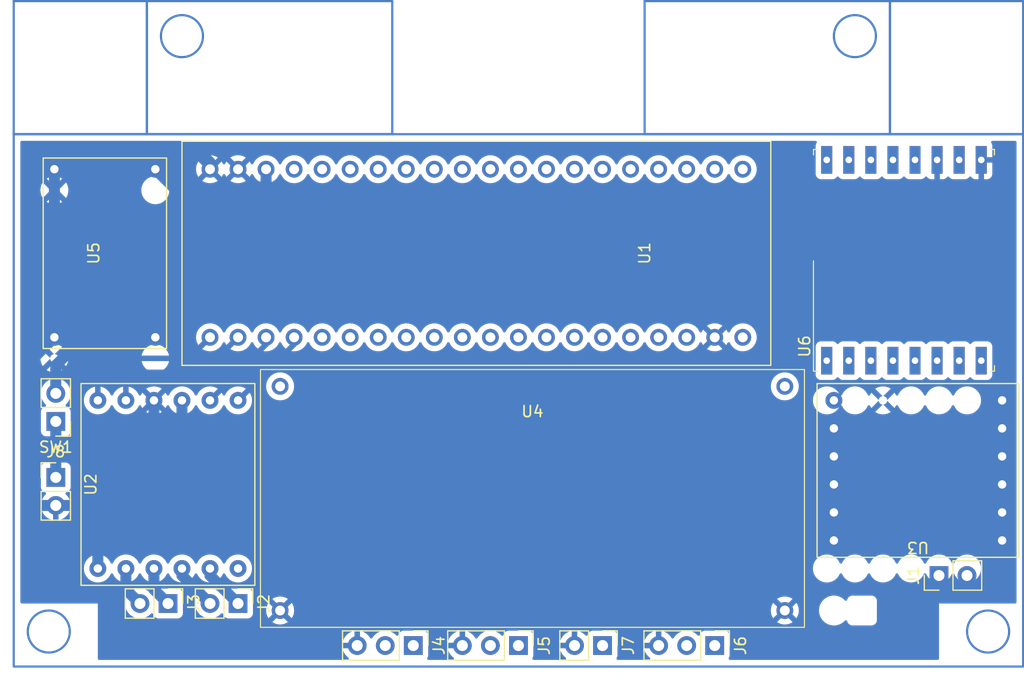
<source format=kicad_pcb>
(kicad_pcb (version 20221018) (generator pcbnew)
  (layers (0 "F.Cu" signal) (31 "B.Cu" signal) (34 "B.Paste" user) (35 "F.Paste" user) (36 "B.SilkS" user "B.Silkscreen") (37 "F.SilkS" user "F.Silkscreen") (38 "B.Mask" user) (39 "F.Mask" user) (44 "Edge.Cuts" user))
  (net 0 "")
  (net 1 "Net-(J1-Pin_1)")
  (net 2 "Net-(J1-Pin_2)")
  (net 3 "Net-(J2-Pin_1)")
  (net 4 "Net-(J2-Pin_2)")
  (net 5 "Net-(J3-Pin_1)")
  (net 6 "Net-(J3-Pin_2)")
  (net 7 "/SERVO 1")
  (net 8 "/+BATT SW")
  (net 9 "GND")
  (net 10 "/SERVO 2")
  (net 11 "/ESC")
  (net 13 "+BATT")
  (net 14 "+3V3")
  (net 17 "/M B1")
  (net 18 "/M B2")
  (net 19 "/M C1")
  (net 20 "/M C2")
  (net 21 "/NSS")
  (net 22 "/SCK")
  (net 23 "/MISO")
  (net 24 "/MOSI")
  (net 30 "/AUX")
  (net 31 "/INTER")
  (net 32 "/RESET")
  (net 36 "/SLEEP")
  (net 37 "/M A1")
  (net 38 "/M A2")
  (net 41 "+12V")
  (footprint "Connector_PinHeader_2.54mm:PinHeader_1x03_P2.54mm_Vertical" (layer "F.Cu") (at 104.775 118.11 -90)
    (fp_text reference "J4" (at 0 -2.33 90) (layer "F.SilkS"))
    (fp_text value "Servo")
    (fp_line (start -1.33 -1.33) (end 0 -1.33) (stroke (width 0.12)) (layer "F.SilkS"))
    (fp_line (start -1.33 0) (end -1.33 -1.33) (stroke (width 0.12)) (layer "F.SilkS"))
    (fp_line (start -1.33 1.27) (end -1.33 6.41) (stroke (width 0.12)) (layer "F.SilkS"))
    (fp_line (start -1.33 1.27) (end 1.33 1.27) (stroke (width 0.12)) (layer "F.SilkS"))
    (fp_line (start -1.33 6.41) (end 1.33 6.41) (stroke (width 0.12)) (layer "F.SilkS"))
    (fp_line (start 1.33 1.27) (end 1.33 6.41) (stroke (width 0.12)) (layer "F.SilkS"))
    (pad "1" thru_hole rect (at 0 0 270) (size 1.7 1.7) (drill 1) (layers "*.Cu" "*.Mask") (net 7 "/SERVO 1"))
    (pad "2" thru_hole oval (at 0 2.54 270) (size 1.7 1.7) (drill 1) (layers "*.Cu" "*.Mask") (net 8 "/+BATT SW"))
    (pad "3" thru_hole oval (at 0 5.08 270) (size 1.7 1.7) (drill 1) (layers "*.Cu" "*.Mask") (net 9 "GND"))
  )
  (footprint "Connector_PinHeader_2.54mm:PinHeader_1x03_P2.54mm_Vertical" (layer "F.Cu") (at 114.3 118.11 -90)
    (fp_text reference "J5" (at 0 -2.33 90) (layer "F.SilkS"))
    (fp_text value "Servo")
    (fp_line (start -1.33 -1.33) (end 0 -1.33) (stroke (width 0.12)) (layer "F.SilkS"))
    (fp_line (start -1.33 0) (end -1.33 -1.33) (stroke (width 0.12)) (layer "F.SilkS"))
    (fp_line (start -1.33 1.27) (end -1.33 6.41) (stroke (width 0.12)) (layer "F.SilkS"))
    (fp_line (start -1.33 1.27) (end 1.33 1.27) (stroke (width 0.12)) (layer "F.SilkS"))
    (fp_line (start -1.33 6.41) (end 1.33 6.41) (stroke (width 0.12)) (layer "F.SilkS"))
    (fp_line (start 1.33 1.27) (end 1.33 6.41) (stroke (width 0.12)) (layer "F.SilkS"))
    (pad "1" thru_hole rect (at 0 0 270) (size 1.7 1.7) (drill 1) (layers "*.Cu" "*.Mask") (net 10 "/SERVO 2"))
    (pad "2" thru_hole oval (at 0 2.54 270) (size 1.7 1.7) (drill 1) (layers "*.Cu" "*.Mask") (net 8 "/+BATT SW"))
    (pad "3" thru_hole oval (at 0 5.08 270) (size 1.7 1.7) (drill 1) (layers "*.Cu" "*.Mask") (net 9 "GND"))
  )
  (footprint "Connector_PinHeader_2.54mm:PinHeader_1x02_P2.54mm_Vertical" (layer "F.Cu") (at 72.39 97.795 180)
    (fp_text reference "SW1" (at 0 -2.33) (layer "F.SilkS"))
    (fp_text value "MAIN_CUTOFF")
    (fp_line (start -1.33 -1.33) (end 0 -1.33) (stroke (width 0.12)) (layer "F.SilkS"))
    (fp_line (start -1.33 0) (end -1.33 -1.33) (stroke (width 0.12)) (layer "F.SilkS"))
    (fp_line (start -1.33 1.27) (end -1.33 3.87) (stroke (width 0.12)) (layer "F.SilkS"))
    (fp_line (start -1.33 1.27) (end 1.33 1.27) (stroke (width 0.12)) (layer "F.SilkS"))
    (fp_line (start -1.33 3.87) (end 1.33 3.87) (stroke (width 0.12)) (layer "F.SilkS"))
    (fp_line (start 1.33 1.27) (end 1.33 3.87) (stroke (width 0.12)) (layer "F.SilkS"))
    (pad "1" thru_hole rect (at 0 0 180) (size 1.7 1.7) (drill 1) (layers "*.Cu" "*.Mask") (net 13 "+BATT"))
    (pad "2" thru_hole oval (at 0 2.54 180) (size 1.7 1.7) (drill 1) (layers "*.Cu" "*.Mask") (net 8 "/+BATT SW"))
  )
  (footprint "Connector_PinHeader_2.54mm:PinHeader_1x02_P2.54mm_Vertical" (layer "F.Cu") (at 152.395 111.76 90)
    (fp_text reference "J1" (at 0 -2.33 90) (layer "F.SilkS"))
    (fp_text value "Motor_C")
    (fp_line (start -1.33 -1.33) (end 0 -1.33) (stroke (width 0.12)) (layer "F.SilkS"))
    (fp_line (start -1.33 0) (end -1.33 -1.33) (stroke (width 0.12)) (layer "F.SilkS"))
    (fp_line (start -1.33 1.27) (end -1.33 3.87) (stroke (width 0.12)) (layer "F.SilkS"))
    (fp_line (start -1.33 1.27) (end 1.33 1.27) (stroke (width 0.12)) (layer "F.SilkS"))
    (fp_line (start -1.33 3.87) (end 1.33 3.87) (stroke (width 0.12)) (layer "F.SilkS"))
    (fp_line (start 1.33 1.27) (end 1.33 3.87) (stroke (width 0.12)) (layer "F.SilkS"))
    (pad "1" thru_hole rect (at 0 0 90) (size 1.7 1.7) (drill 1) (layers "*.Cu" "*.Mask") (net 1 "Net-(J1-Pin_1)"))
    (pad "2" thru_hole oval (at 0 2.54 90) (size 1.7 1.7) (drill 1) (layers "*.Cu" "*.Mask") (net 2 "Net-(J1-Pin_2)"))
  )
  (footprint "My_Library:XL60019 Boost Module" (layer "F.Cu") (at 115.57 104.521)
    (fp_text reference "U4" (at 0 -7.62 unlocked) (layer "F.SilkS"))
    (fp_text value "XL60019_Boost_Module")
    (fp_rect (start -24.638 -11.43) (end 24.638 11.938) (stroke (width 0.1)) (fill none) (layer "F.SilkS"))
    (pad "1" thru_hole circle (at -22.86 10.414) (size 1.524 1.524) (drill 0.9) (layers "*.Cu" "*.Mask") (net 9 "GND"))
    (pad "2" thru_hole circle (at -22.86 -9.906) (size 1.524 1.524) (drill 0.9) (layers "*.Cu" "*.Mask") (net 8 "/+BATT SW"))
    (pad "3" thru_hole circle (at 22.86 10.414) (size 1.524 1.524) (drill 0.9) (layers "*.Cu" "*.Mask") (net 9 "GND"))
    (pad "4" thru_hole circle (at 22.86 -9.906) (size 1.524 1.524) (drill 0.9) (layers "*.Cu" "*.Mask") (net 41 "+12V"))
  )
  (footprint "My_Library:HOPERF_RFM69HW" (layer "F.Cu") (at 149.225 83.185 90)
    (fp_text reference "U6" (at -7.8 -9 90) (layer "F.SilkS"))
    (fp_text value "RFM69HW")
    (fp_line (start -10.05 -8.2) (end -10.05 -7.8) (stroke (width 0.1)) (layer "F.SilkS"))
    (fp_line (start -10.05 -8.2) (end -0.05 -8.2) (stroke (width 0.1)) (layer "F.SilkS"))
    (fp_line (start -10.05 7.8) (end -10.05 8.2) (stroke (width 0.1)) (layer "F.SilkS"))
    (fp_line (start -10.05 8.2) (end -9.55 8.2) (stroke (width 0.1)) (layer "F.SilkS"))
    (fp_line (start 9.55 -8.2) (end 10.05 -8.2) (stroke (width 0.1)) (layer "F.SilkS"))
    (fp_line (start 9.55 8.2) (end 10.05 8.2) (stroke (width 0.1)) (layer "F.SilkS"))
    (fp_line (start 10.05 -8.2) (end 10.05 -7.8) (stroke (width 0.1)) (layer "F.SilkS"))
    (fp_line (start 10.05 7.8) (end 10.05 8.2) (stroke (width 0.1)) (layer "F.SilkS"))
    (pad "1" thru_hole rect (at -9.1 -7 90) (size 2.5 1) (drill 0.6) (layers "*.Cu" "*.Mask") (net 32 "/RESET"))
    (pad "2" thru_hole rect (at -9.1 -5 90) (size 2.5 1) (drill 0.6) (layers "*.Cu" "*.Mask") (net 31 "/INTER"))
    (pad "3" thru_hole rect (at -9.1 -3 90) (size 2.5 1) (drill 0.6) (layers "*.Cu" "*.Mask"))
    (pad "4" thru_hole rect (at -9.1 -1 90) (size 2.5 1) (drill 0.6) (layers "*.Cu" "*.Mask"))
    (pad "5" thru_hole rect (at -9.1 1 90) (size 2.5 1) (drill 0.6) (layers "*.Cu" "*.Mask"))
    (pad "6" thru_hole rect (at -9.1 3 90) (size 2.5 1) (drill 0.6) (layers "*.Cu" "*.Mask") (net 30 "/AUX"))
    (pad "7" thru_hole rect (at -9.1 5 90) (size 2.5 1) (drill 0.6) (layers "*.Cu" "*.Mask"))
    (pad "8" thru_hole rect (at -9.1 7 90) (size 2.5 1) (drill 0.6) (layers "*.Cu" "*.Mask") (net 14 "+3V3"))
    (pad "9" thru_hole rect (at 9.1 7 90) (size 2.5 1) (drill 0.6) (layers "*.Cu" "*.Mask") (net 9 "GND"))
    (pad "10" thru_hole rect (at 9.1 5 90) (size 2.5 1) (drill 0.6) (layers "*.Cu" "*.Mask"))
    (pad "11" thru_hole rect (at 9.1 3 90) (size 2.5 1) (drill 0.6) (layers "*.Cu" "*.Mask") (net 9 "GND"))
    (pad "12" thru_hole rect (at 9.1 1 90) (size 2.5 1) (drill 0.6) (layers "*.Cu" "*.Mask") (net 22 "/SCK"))
    (pad "13" thru_hole rect (at 9.1 -1 90) (size 2.5 1) (drill 0.6) (layers "*.Cu" "*.Mask") (net 23 "/MISO"))
    (pad "14" thru_hole rect (at 9.1 -3 90) (size 2.5 1) (drill 0.6) (layers "*.Cu" "*.Mask") (net 24 "/MOSI"))
    (pad "15" thru_hole rect (at 9.1 -5 90) (size 2.5 1) (drill 0.6) (layers "*.Cu" "*.Mask") (net 21 "/NSS"))
    (pad "16" thru_hole rect (at 9.1 -7 90) (size 2.5 1) (drill 0.6) (layers "*.Cu" "*.Mask"))
  )
  (footprint "Connector_PinHeader_2.54mm:PinHeader_1x02_P2.54mm_Vertical" (layer "F.Cu") (at 88.9 114.3 -90)
    (fp_text reference "J2" (at 0 -2.33 90) (layer "F.SilkS"))
    (fp_text value "Motor_B")
    (fp_line (start -1.33 -1.33) (end 0 -1.33) (stroke (width 0.12)) (layer "F.SilkS"))
    (fp_line (start -1.33 0) (end -1.33 -1.33) (stroke (width 0.12)) (layer "F.SilkS"))
    (fp_line (start -1.33 1.27) (end -1.33 3.87) (stroke (width 0.12)) (layer "F.SilkS"))
    (fp_line (start -1.33 1.27) (end 1.33 1.27) (stroke (width 0.12)) (layer "F.SilkS"))
    (fp_line (start -1.33 3.87) (end 1.33 3.87) (stroke (width 0.12)) (layer "F.SilkS"))
    (fp_line (start 1.33 1.27) (end 1.33 3.87) (stroke (width 0.12)) (layer "F.SilkS"))
    (pad "1" thru_hole rect (at 0 0 270) (size 1.7 1.7) (drill 1) (layers "*.Cu" "*.Mask") (net 3 "Net-(J2-Pin_1)"))
    (pad "2" thru_hole oval (at 0 2.54 270) (size 1.7 1.7) (drill 1) (layers "*.Cu" "*.Mask") (net 4 "Net-(J2-Pin_2)"))
  )
  (footprint "Connector_PinHeader_2.54mm:PinHeader_1x02_P2.54mm_Vertical" (layer "F.Cu") (at 82.555 114.3 -90)
    (fp_text reference "J3" (at 0 -2.33 90) (layer "F.SilkS"))
    (fp_text value "Motor_A")
    (fp_line (start -1.33 -1.33) (end 0 -1.33) (stroke (width 0.12)) (layer "F.SilkS"))
    (fp_line (start -1.33 0) (end -1.33 -1.33) (stroke (width 0.12)) (layer "F.SilkS"))
    (fp_line (start -1.33 1.27) (end -1.33 3.87) (stroke (width 0.12)) (layer "F.SilkS"))
    (fp_line (start -1.33 1.27) (end 1.33 1.27) (stroke (width 0.12)) (layer "F.SilkS"))
    (fp_line (start -1.33 3.87) (end 1.33 3.87) (stroke (width 0.12)) (layer "F.SilkS"))
    (fp_line (start 1.33 1.27) (end 1.33 3.87) (stroke (width 0.12)) (layer "F.SilkS"))
    (pad "1" thru_hole rect (at 0 0 270) (size 1.7 1.7) (drill 1) (layers "*.Cu" "*.Mask") (net 5 "Net-(J3-Pin_1)"))
    (pad "2" thru_hole oval (at 0 2.54 270) (size 1.7 1.7) (drill 1) (layers "*.Cu" "*.Mask") (net 6 "Net-(J3-Pin_2)"))
  )
  (footprint "My_Library:HW-627" (layer "F.Cu") (at 150.495 103.505 180)
    (fp_text reference "U3" (at 0 -5.715 180 unlocked) (layer "F.SilkS"))
    (fp_text value "~")
    (fp_rect (start -9.144 -6.604) (end 9.144 9.144) (stroke (width 0.12)) (fill none) (layer "F.SilkS"))
    (pad "1" thru_hole circle (at -7.62 -5.08 180) (size 1.524 1.524) (drill 0.762) (layers "*.Cu" "*.Mask") (net 41 "+12V"))
    (pad "2" thru_hole circle (at -7.62 -2.54 180) (size 1.524 1.524) (drill 0.762) (layers "*.Cu" "*.Mask") (net 2 "Net-(J1-Pin_2)"))
    (pad "3" thru_hole circle (at -7.62 0 180) (size 1.524 1.524) (drill 0.762) (layers "*.Cu" "*.Mask") (net 1 "Net-(J1-Pin_1)"))
    (pad "4" thru_hole circle (at -7.62 2.54 180) (size 1.524 1.524) (drill 0.762) (layers "*.Cu" "*.Mask"))
    (pad "5" thru_hole circle (at -7.62 5.08 180) (size 1.524 1.524) (drill 0.762) (layers "*.Cu" "*.Mask"))
    (pad "6" thru_hole circle (at -7.62 7.62 180) (size 1.524 1.524) (drill 0.762) (layers "*.Cu" "*.Mask"))
    (pad "7" thru_hole circle (at 7.62 7.62 180) (size 1.524 1.524) (drill 0.762) (layers "*.Cu" "*.Mask") (net 19 "/M C1"))
    (pad "8" thru_hole circle (at 7.62 5.08 180) (size 1.524 1.524) (drill 0.762) (layers "*.Cu" "*.Mask") (net 20 "/M C2"))
    (pad "9" thru_hole circle (at 7.62 2.54 180) (size 1.524 1.524) (drill 0.762) (layers "*.Cu" "*.Mask") (net 41 "+12V"))
    (pad "10" thru_hole circle (at 7.62 0 180) (size 1.524 1.524) (drill 0.762) (layers "*.Cu" "*.Mask") (net 9 "GND"))
    (pad "11" thru_hole circle (at 7.62 -2.54 180) (size 1.524 1.524) (drill 0.762) (layers "*.Cu" "*.Mask"))
    (pad "12" thru_hole circle (at 7.62 -5.08 180) (size 1.524 1.524) (drill 0.762) (layers "*.Cu" "*.Mask"))
  )
  (footprint "Connector_PinHeader_2.54mm:PinHeader_1x03_P2.54mm_Vertical" (layer "F.Cu") (at 132.08 118.11 -90)
    (fp_text reference "J6" (at 0 -2.33 90) (layer "F.SilkS"))
    (fp_text value "ESC")
    (fp_line (start -1.33 -1.33) (end 0 -1.33) (stroke (width 0.12)) (layer "F.SilkS"))
    (fp_line (start -1.33 0) (end -1.33 -1.33) (stroke (width 0.12)) (layer "F.SilkS"))
    (fp_line (start -1.33 1.27) (end -1.33 6.41) (stroke (width 0.12)) (layer "F.SilkS"))
    (fp_line (start -1.33 1.27) (end 1.33 1.27) (stroke (width 0.12)) (layer "F.SilkS"))
    (fp_line (start -1.33 6.41) (end 1.33 6.41) (stroke (width 0.12)) (layer "F.SilkS"))
    (fp_line (start 1.33 1.27) (end 1.33 6.41) (stroke (width 0.12)) (layer "F.SilkS"))
    (pad "1" thru_hole rect (at 0 0 270) (size 1.7 1.7) (drill 1) (layers "*.Cu" "*.Mask") (net 11 "/ESC"))
    (pad "2" thru_hole oval (at 0 2.54 270) (size 1.7 1.7) (drill 1) (layers "*.Cu" "*.Mask"))
    (pad "3" thru_hole oval (at 0 5.08 270) (size 1.7 1.7) (drill 1) (layers "*.Cu" "*.Mask") (net 9 "GND"))
  )
  (footprint "My_Library:HW-627" (layer "F.Cu") (at 81.28 103.505 90)
    (fp_text reference "U2" (at 0 -5.715 90 unlocked) (layer "F.SilkS"))
    (fp_text value "~")
    (fp_rect (start -9.144 -6.604) (end 9.144 9.144) (stroke (width 0.12)) (fill none) (layer "F.SilkS"))
    (pad "1" thru_hole circle (at -7.62 -5.08 90) (size 1.524 1.524) (drill 0.762) (layers "*.Cu" "*.Mask") (net 41 "+12V"))
    (pad "2" thru_hole circle (at -7.62 -2.54 90) (size 1.524 1.524) (drill 0.762) (layers "*.Cu" "*.Mask") (net 6 "Net-(J3-Pin_2)"))
    (pad "3" thru_hole circle (at -7.62 0 90) (size 1.524 1.524) (drill 0.762) (layers "*.Cu" "*.Mask") (net 5 "Net-(J3-Pin_1)"))
    (pad "4" thru_hole circle (at -7.62 2.54 90) (size 1.524 1.524) (drill 0.762) (layers "*.Cu" "*.Mask") (net 4 "Net-(J2-Pin_2)"))
    (pad "5" thru_hole circle (at -7.62 5.08 90) (size 1.524 1.524) (drill 0.762) (layers "*.Cu" "*.Mask") (net 3 "Net-(J2-Pin_1)"))
    (pad "6" thru_hole circle (at -7.62 7.62 90) (size 1.524 1.524) (drill 0.762) (layers "*.Cu" "*.Mask"))
    (pad "7" thru_hole circle (at 7.62 7.62 90) (size 1.524 1.524) (drill 0.762) (layers "*.Cu" "*.Mask") (net 37 "/M A1"))
    (pad "8" thru_hole circle (at 7.62 5.08 90) (size 1.524 1.524) (drill 0.762) (layers "*.Cu" "*.Mask") (net 38 "/M A2"))
    (pad "9" thru_hole circle (at 7.62 2.54 90) (size 1.524 1.524) (drill 0.762) (layers "*.Cu" "*.Mask") (net 41 "+12V"))
    (pad "10" thru_hole circle (at 7.62 0 90) (size 1.524 1.524) (drill 0.762) (layers "*.Cu" "*.Mask") (net 9 "GND"))
    (pad "11" thru_hole circle (at 7.62 -2.54 90) (size 1.524 1.524) (drill 0.762) (layers "*.Cu" "*.Mask") (net 17 "/M B1"))
    (pad "12" thru_hole circle (at 7.62 -5.08 90) (size 1.524 1.524) (drill 0.762) (layers "*.Cu" "*.Mask") (net 18 "/M B2"))
  )
  (footprint "My_Library:blue_pill" (layer "F.Cu") (at 109.22 82.55 90)
    (fp_text reference "U1" (at 0 16.51 90) (layer "F.SilkS"))
    (fp_text value "BP")
    (fp_rect (start -10.16 -25.4) (end 10.16 27.94) (stroke (width 0.12)) (fill none) (layer "F.SilkS"))
    (pad "3V3" thru_hole circle (at -7.62 25.4 90) (size 1.524 1.524) (drill 0.9) (layers "*.Cu" "*.Mask") (net 14 "+3V3"))
    (pad "3V3" smd circle (at -3.81 22.86 90) (size 1.524 1.524) (layers "F.Cu" "F.Paste" "F.Mask") (net 14 "+3V3"))
    (pad "3V3" smd circle (at 1.27 -10.16 90) (size 1.524 1.524) (layers "F.Cu" "F.Paste" "F.Mask") (net 14 "+3V3"))
    (pad "3V3" smd circle (at 3.81 -10.16 90) (size 1.524 1.524) (layers "F.Cu" "F.Paste" "F.Mask") (net 14 "+3V3"))
    (pad "3V3" thru_hole circle (at 7.62 -17.78 90) (size 1.524 1.524) (drill 0.9) (layers "*.Cu" "*.Mask") (net 14 "+3V3"))
    (pad "5V" thru_hole circle (at -7.62 20.32 90) (size 1.524 1.524) (drill 0.9) (layers "*.Cu" "*.Mask"))
    (pad "BOOT" smd circle (at 3.81 -12.7 90) (size 1.524 1.524) (layers "F.Cu" "F.Paste" "F.Mask"))
    (pad "G" thru_hole circle (at -7.62 22.86 90) (size 1.524 1.524) (drill 0.9) (layers "*.Cu" "*.Mask") (net 9 "GND"))
    (pad "G" smd circle (at 1.27 -15.24 90) (size 1.524 1.524) (layers "F.Cu" "F.Paste" "F.Mask") (net 9 "GND"))
    (pad "G" smd circle (at 3.81 -15.24 90) (size 1.524 1.524) (layers "F.Cu" "F.Paste" "F.Mask") (net 9 "GND"))
    (pad "G" smd circle (at 3.81 22.86 90) (size 1.524 1.524) (layers "F.Cu" "F.Paste" "F.Mask") (net 9 "GND"))
    (pad "G" thru_hole circle (at 7.62 -22.86 90) (size 1.524 1.524) (drill 0.9) (layers "*.Cu" "*.Mask") (net 9 "GND"))
    (pad "G" thru_hole circle (at 7.62 -20.32 90) (size 1.524 1.524) (drill 0.9) (layers "*.Cu" "*.Mask") (net 9 "GND"))
    (pad "NRST" thru_hole circle (at 7.62 -15.24 90) (size 1.524 1.524) (drill 0.9) (layers "*.Cu" "*.Mask"))
    (pad "PA0" thru_hole circle (at 7.62 15.24 90) (size 1.524 1.524) (drill 0.9) (layers "*.Cu" "*.Mask"))
    (pad "PA1" thru_hole circle (at 7.62 12.7 90) (size 1.524 1.524) (drill 0.9) (layers "*.Cu" "*.Mask"))
    (pad "PA2" thru_hole circle (at 7.62 10.16 90) (size 1.524 1.524) (drill 0.9) (layers "*.Cu" "*.Mask"))
    (pad "PA3" thru_hole circle (at 7.62 7.62 90) (size 1.524 1.524) (drill 0.9) (layers "*.Cu" "*.Mask"))
    (pad "PA4" thru_hole circle (at 7.62 5.08 90) (size 1.524 1.524) (drill 0.9) (layers "*.Cu" "*.Mask") (net 21 "/NSS"))
    (pad "PA5" thru_hole circle (at 7.62 2.54 90) (size 1.524 1.524) (drill 0.9) (layers "*.Cu" "*.Mask") (net 22 "/SCK"))
    (pad "PA6" thru_hole circle (at 7.62 0 90) (size 1.524 1.524) (drill 0.9) (layers "*.Cu" "*.Mask") (net 23 "/MISO"))
    (pad "PA7" thru_hole circle (at 7.62 -2.54 90) (size 1.524 1.524) (drill 0.9) (layers "*.Cu" "*.Mask") (net 24 "/MOSI"))
    (pad "PA8" thru_hole circle (at -7.62 -12.7 90) (size 1.524 1.524) (drill 0.9) (layers "*.Cu" "*.Mask") (net 10 "/SERVO 2"))
    (pad "PA9" thru_hole circle (at -7.62 -10.16 90) (size 1.524 1.524) (drill 0.9) (layers "*.Cu" "*.Mask") (net 7 "/SERVO 1"))
    (pad "PA10" thru_hole circle (at -7.62 -7.62 90) (size 1.524 1.524) (drill 0.9) (layers "*.Cu" "*.Mask") (net 11 "/ESC"))
    (pad "PA11" thru_hole circle (at -7.62 -5.08 90) (size 1.524 1.524) (drill 0.9) (layers "*.Cu" "*.Mask"))
    (pad "PA12" thru_hole circle (at -7.62 -2.54 90) (size 1.524 1.524) (drill 0.9) (layers "*.Cu" "*.Mask"))
    (pad "PA15" thru_hole circle (at -7.62 0 90) (size 1.524 1.524) (drill 0.9) (layers "*.Cu" "*.Mask"))
    (pad "PB0" thru_hole circle (at 7.62 -5.08 90) (size 1.524 1.524) (drill 0.9) (layers "*.Cu" "*.Mask"))
    (pad "PB1" thru_hole circle (at 7.62 -7.62 90) (size 1.524 1.524) (drill 0.9) (layers "*.Cu" "*.Mask"))
    (pad "PB2" smd circle (at 1.27 -12.7 90) (size 1.524 1.524) (layers "F.Cu" "F.Paste" "F.Mask"))
    (pad "PB3" thru_hole circle (at -7.62 2.54 90) (size 1.524 1.524) (drill 0.9) (layers "*.Cu" "*.Mask") (net 30 "/AUX"))
    (pad "PB4" thru_hole circle (at -7.62 5.08 90) (size 1.524 1.524) (drill 0.9) (layers "*.Cu" "*.Mask") (net 31 "/INTER"))
    (pad "PB5" thru_hole circle (at -7.62 7.62 90) (size 1.524 1.524) (drill 0.9) (layers "*.Cu" "*.Mask") (net 32 "/RESET"))
    (pad "PB6" thru_hole circle (at -7.62 10.16 90) (size 1.524 1.524) (drill 0.9) (layers "*.Cu" "*.Mask"))
    (pad "PB7" thru_hole circle (at -7.62 12.7 90) (size 1.524 1.524) (drill 0.9) (layers "*.Cu" "*.Mask"))
    (pad "PB8" thru_hole circle (at -7.62 15.24 90) (size 1.524 1.524) (drill 0.9) (layers "*.Cu" "*.Mask") (net 20 "/M C2"))
    (pad "PB9" thru_hole circle (at -7.62 17.78 90) (size 1.524 1.524) (drill 0.9) (layers "*.Cu" "*.Mask") (net 19 "/M C1"))
    (pad "PB10" thru_hole circle (at 7.62 -10.16 90) (size 1.524 1.524) (drill 0.9) (layers "*.Cu" "*.Mask"))
    (pad "PB11" thru_hole circle (at 7.62 -12.7 90) (size 1.524 1.524) (drill 0.9) (layers "*.Cu" "*.Mask"))
    (pad "PB12" thru_hole circle (at -7.62 -22.86 90) (size 1.524 1.524) (drill 0.9) (layers "*.Cu" "*.Mask") (net 18 "/M B2"))
    (pad "PB13" thru_hole circle (at -7.62 -20.32 90) (size 1.524 1.524) (drill 0.9) (layers "*.Cu" "*.Mask") (net 17 "/M B1"))
    (pad "PB14" thru_hole circle (at -7.62 -17.78 90) (size 1.524 1.524) (drill 0.9) (layers "*.Cu" "*.Mask") (net 38 "/M A2"))
    (pad "PB15" thru_hole circle (at -7.62 -15.24 90) (size 1.524 1.524) (drill 0.9) (layers "*.Cu" "*.Mask") (net 37 "/M A1"))
    (pad "PC13" thru_hole circle (at 7.62 22.86 90) (size 1.524 1.524) (drill 0.9) (layers "*.Cu" "*.Mask") (net 36 "/SLEEP"))
    (pad "PC14" thru_hole circle (at 7.62 20.32 90) (size 1.524 1.524) (drill 0.9) (layers "*.Cu" "*.Mask"))
    (pad "PC15" thru_hole circle (at 7.62 17.78 90) (size 1.524 1.524) (drill 0.9) (layers "*.Cu" "*.Mask"))
    (pad "SCK" smd circle (at 1.27 22.86 90) (size 1.524 1.524) (layers "F.Cu" "F.Paste" "F.Mask"))
    (pad "SWO" smd circle (at -1.27 22.86 90) (size 1.524 1.524) (layers "F.Cu" "F.Paste" "F.Mask"))
    (pad "VBAT" thru_hole circle (at 7.62 25.4 90) (size 1.524 1.524) (drill 0.9) (layers "*.Cu" "*.Mask"))
  )
  (footprint "Connector_PinHeader_2.54mm:PinHeader_1x02_P2.54mm_Vertical" (layer "F.Cu") (at 121.92 118.11 -90)
    (fp_text reference "J7" (at 0 -2.33 90) (layer "F.SilkS"))
    (fp_text value "ESC_PWR")
    (fp_line (start -1.33 -1.33) (end 0 -1.33) (stroke (width 0.12)) (layer "F.SilkS"))
    (fp_line (start -1.33 0) (end -1.33 -1.33) (stroke (width 0.12)) (layer "F.SilkS"))
    (fp_line (start -1.33 1.27) (end -1.33 3.87) (stroke (width 0.12)) (layer "F.SilkS"))
    (fp_line (start -1.33 1.27) (end 1.33 1.27) (stroke (width 0.12)) (layer "F.SilkS"))
    (fp_line (start -1.33 3.87) (end 1.33 3.87) (stroke (width 0.12)) (layer "F.SilkS"))
    (fp_line (start 1.33 1.27) (end 1.33 3.87) (stroke (width 0.12)) (layer "F.SilkS"))
    (pad "1" thru_hole rect (at 0 0 270) (size 1.7 1.7) (drill 1) (layers "*.Cu" "*.Mask") (net 8 "/+BATT SW"))
    (pad "2" thru_hole oval (at 0 2.54 270) (size 1.7 1.7) (drill 1) (layers "*.Cu" "*.Mask") (net 9 "GND"))
  )
  (footprint "Connector_PinHeader_2.54mm:PinHeader_1x02_P2.54mm_Vertical" (layer "F.Cu") (at 72.39 102.87)
    (fp_text reference "J8" (at 0 -2.33) (layer "F.SilkS"))
    (fp_text value "BATT_IN")
    (fp_line (start -1.33 -1.33) (end 0 -1.33) (stroke (width 0.12)) (layer "F.SilkS"))
    (fp_line (start -1.33 0) (end -1.33 -1.33) (stroke (width 0.12)) (layer "F.SilkS"))
    (fp_line (start -1.33 1.27) (end -1.33 3.87) (stroke (width 0.12)) (layer "F.SilkS"))
    (fp_line (start -1.33 1.27) (end 1.33 1.27) (stroke (width 0.12)) (layer "F.SilkS"))
    (fp_line (start -1.33 3.87) (end 1.33 3.87) (stroke (width 0.12)) (layer "F.SilkS"))
    (fp_line (start 1.33 1.27) (end 1.33 3.87) (stroke (width 0.12)) (layer "F.SilkS"))
    (pad "1" thru_hole rect (at 0 0) (size 1.7 1.7) (drill 1) (layers "*.Cu" "*.Mask") (net 13 "+BATT"))
    (pad "2" thru_hole oval (at 0 2.54) (size 1.7 1.7) (drill 1) (layers "*.Cu" "*.Mask") (net 9 "GND"))
  )
  (footprint "My_Library:Mini360" (layer "F.Cu") (at 76.835 82.55 90)
    (fp_text reference "U5" (at 0 -1.008 90 unlocked) (layer "F.SilkS"))
    (fp_text value "Mini360")
    (fp_rect (start 8.636 -5.588) (end -8.636 5.588) (stroke (width 0.12)) (fill none) (layer "F.SilkS"))
    (pad "1" thru_hole circle (at -7.62 -4.572 90) (size 1.524 1.524) (drill 0.762) (layers "*.Cu" "*.Mask") (net 9 "GND"))
    (pad "2" thru_hole circle (at -7.62 4.572 90) (size 1.524 1.524) (drill 0.762) (layers "*.Cu" "*.Mask") (net 8 "/+BATT SW"))
    (pad "3" thru_hole circle (at 7.62 -4.572 90) (size 1.524 1.524) (drill 0.762) (layers "*.Cu" "*.Mask") (net 9 "GND"))
    (pad "4" thru_hole circle (at 7.62 4.572 90) (size 1.524 1.524) (drill 0.762) (layers "*.Cu" "*.Mask") (net 14 "+3V3"))
  )
  (gr_circle (center 144.78 62.865) (end 144.78 60.96) (stroke (width 0.2)) (fill none) (layer "B.Cu"))
  (gr_rect (start 80.645 59.69) (end 102.87 71.755) (stroke (width 0.2)) (fill none) (layer "B.Cu"))
  (gr_rect (start 125.73 59.69) (end 147.955 71.755) (stroke (width 0.2)) (fill none) (layer "B.Cu"))
  (gr_circle (center 156.845 116.84) (end 156.845 114.935) (stroke (width 0.2)) (fill none) (layer "B.Cu"))
  (gr_circle (center 83.82 62.865) (end 83.82 60.96) (stroke (width 0.2)) (fill none) (layer "B.Cu"))
  (gr_rect (start 147.955 59.69) (end 160.02 71.755) (stroke (width 0.2)) (fill none) (layer "B.Cu"))
  (gr_circle (center 71.755 116.84) (end 71.755 114.935) (stroke (width 0.2)) (fill none) (layer "B.Cu"))
  (gr_rect (start 68.58 71.755) (end 160.02 120.015) (stroke (width 0.2)) (fill none) (layer "B.Cu"))
  (gr_rect (start 68.58 59.69) (end 80.645 71.755) (stroke (width 0.2)) (fill none) (layer "B.Cu"))
  (segment (start 86.36 111.76) (end 88.9 114.3) (width 1) (layer "B.Cu") (net 3))
  (segment (start 86.36 111.125) (end 86.36 111.76) (width 1) (layer "B.Cu") (net 3))
  (segment (start 83.82 111.125) (end 83.82 111.76) (width 1) (layer "B.Cu") (net 4))
  (segment (start 83.82 111.76) (end 86.36 114.3) (width 1) (layer "B.Cu") (net 4))
  (segment (start 82.555 114.3) (end 81.28 113.025) (width 1) (layer "B.Cu") (net 5))
  (segment (start 81.28 113.025) (end 81.28 111.125) (width 1) (layer "B.Cu") (net 5))
  (segment (start 78.74 113.03) (end 78.74 111.125) (width 1) (layer "B.Cu") (net 6))
  (segment (start 80.015 114.3) (end 80.01 114.3) (width 1) (layer "B.Cu") (net 6))
  (segment (start 80.01 114.3) (end 78.74 113.03) (width 1) (layer "B.Cu") (net 6))
  (segment (start 72.39 95.255) (end 72.39 92.71) (width 1) (layer "B.Cu") (net 8))
  (segment (start 74.93 90.17) (end 81.407 90.17) (width 1) (layer "B.Cu") (net 8))
  (segment (start 72.39 92.71) (end 74.93 90.17) (width 1) (layer "B.Cu") (net 8))
  (segment (start 69.85 104.775) (end 70.485 105.41) (width 1) (layer "B.Cu") (net 9))
  (segment (start 69.85 92.583) (end 69.85 104.775) (width 1) (layer "B.Cu") (net 9))
  (segment (start 70.485 105.41) (end 72.39 105.41) (width 1) (layer "B.Cu") (net 9))
  (segment (start 77.47 105.41) (end 81.28 101.6) (width 1) (layer "B.Cu") (net 9))
  (segment (start 86.36 74.295) (end 85.533 73.468) (width 1) (layer "B.Cu") (net 9))
  (segment (start 73.725 73.468) (end 72.263 74.93) (width 1) (layer "B.Cu") (net 9))
  (segment (start 85.533 73.468) (end 73.725 73.468) (width 1) (layer "B.Cu") (net 9))
  (segment (start 86.36 74.93) (end 86.36 74.295) (width 1) (layer "B.Cu") (net 9))
  (segment (start 72.263 74.93) (end 72.263 90.17) (width 1) (layer "B.Cu") (net 9))
  (segment (start 72.39 105.41) (end 77.47 105.41) (width 1) (layer "B.Cu") (net 9))
  (segment (start 81.28 101.6) (end 81.28 95.885) (width 1) (layer "B.Cu") (net 9))
  (segment (start 72.263 90.17) (end 69.85 92.583) (width 1) (layer "B.Cu") (net 9))
  (segment (start 72.39 102.87) (end 72.39 97.795) (width 1) (layer "B.Cu") (net 13))
  (segment (start 91.44 76.2) (end 91.44 74.93) (width 1) (layer "B.Cu") (net 14))
  (segment (start 81.407 74.93) (end 83.947 77.47) (width 1) (layer "B.Cu") (net 14))
  (segment (start 83.947 77.47) (end 90.17 77.47) (width 1) (layer "B.Cu") (net 14))
  (segment (start 90.17 77.47) (end 91.44 76.2) (width 1) (layer "B.Cu") (net 14))
  (segment (start 79.375 93.345) (end 85.725 93.345) (width 0.5) (layer "B.Cu") (net 17))
  (segment (start 85.725 93.345) (end 88.9 90.17) (width 0.5) (layer "B.Cu") (net 17))
  (segment (start 78.74 95.885) (end 78.74 93.98) (width 0.5) (layer "B.Cu") (net 17))
  (segment (start 78.74 93.98) (end 79.375 93.345) (width 0.5) (layer "B.Cu") (net 17))
  (segment (start 76.2 95.885) (end 76.2 92.71) (width 0.5) (layer "B.Cu") (net 18))
  (segment (start 84.455 92.075) (end 86.36 90.17) (width 0.5) (layer "B.Cu") (net 18))
  (segment (start 76.835 92.075) (end 84.455 92.075) (width 0.5) (layer "B.Cu") (net 18))
  (segment (start 76.2 92.71) (end 76.835 92.075) (width 0.5) (layer "B.Cu") (net 18))
  (segment (start 93.98 90.805) (end 93.98 90.17) (width 0.5) (layer "B.Cu") (net 37))
  (segment (start 88.9 95.885) (end 93.98 90.805) (width 0.5) (layer "B.Cu") (net 37))
  (segment (start 91.44 90.805) (end 91.44 90.17) (width 0.5) (layer "B.Cu") (net 38))
  (segment (start 86.36 95.885) (end 91.44 90.805) (width 0.5) (layer "B.Cu") (net 38))
  (segment (start 83.82 95.885) (end 83.82 101.6) (width 1) (layer "B.Cu") (net 41))
  (segment (start 83.82 101.6) (end 76.2 109.22) (width 1) (layer "B.Cu") (net 41))
  (segment (start 76.2 109.22) (end 76.2 111.125) (width 1) (layer "B.Cu") (net 41))
  (zone (net 9) (net_name "GND") (layer "B.Cu") (connect_pads (clearance 0.5)) (min_thickness 0.25) (fill yes (thermal_gap 0.5) (thermal_bridge_width 0.5))
    (polygon (pts (xy 68.58 71.755) (xy 160.02 71.755) (xy 160.02 114.3) (xy 152.4 114.3) (xy 152.4 120.015) (xy 76.2 120.015) (xy 76.2 114.3) (xy 68.58 114.3)))
  )
)
</source>
